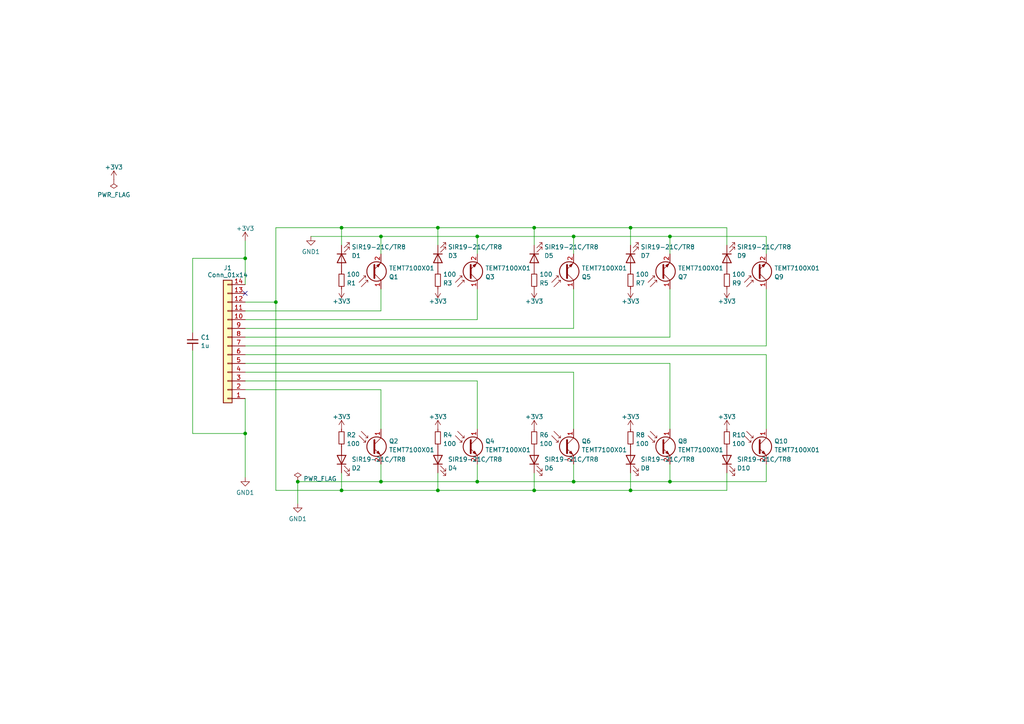
<source format=kicad_sch>
(kicad_sch (version 20230121) (generator eeschema)
  (paper "A4")
  (lib_symbols
    (symbol "Connector_Generic:Conn_01x14" (pin_names (offset 1.016) hide)
      (property "Reference" "J" (at 0 17.78 0))
      (property "Value" "Conn_01x14" (at 0 -20.32 0))
      (symbol "Conn_01x14_1_1"
        (rectangle (start -1.27 -17.653) (end 0 -17.907) (stroke (width 0.1524)))
        (rectangle (start -1.27 -15.113) (end 0 -15.367) (stroke (width 0.1524)))
        (rectangle (start -1.27 -12.573) (end 0 -12.827) (stroke (width 0.1524)))
        (rectangle (start -1.27 -10.033) (end 0 -10.287) (stroke (width 0.1524)))
        (rectangle (start -1.27 -7.493) (end 0 -7.747) (stroke (width 0.1524)))
        (rectangle (start -1.27 -4.953) (end 0 -5.207) (stroke (width 0.1524)))
        (rectangle (start -1.27 -2.413) (end 0 -2.667) (stroke (width 0.1524)))
        (rectangle (start -1.27 0.127) (end 0 -0.127) (stroke (width 0.1524)))
        (rectangle (start -1.27 2.667) (end 0 2.413) (stroke (width 0.1524)))
        (rectangle (start -1.27 5.207) (end 0 4.953) (stroke (width 0.1524)))
        (rectangle (start -1.27 7.747) (end 0 7.493) (stroke (width 0.1524)))
        (rectangle (start -1.27 10.287) (end 0 10.033) (stroke (width 0.1524)))
        (rectangle (start -1.27 12.827) (end 0 12.573) (stroke (width 0.1524)))
        (rectangle (start -1.27 15.367) (end 0 15.113) (stroke (width 0.1524)))
        (rectangle (start -1.27 16.51) (end 1.27 -19.05) (stroke (width 0.254)) (fill (type background)))
        (pin passive line (at -5.08 15.24 0) (length 3.81) (name "Pin_1") (number "1"))
        (pin passive line (at -5.08 -7.62 0) (length 3.81) (name "Pin_10") (number "10"))
        (pin passive line (at -5.08 -10.16 0) (length 3.81) (name "Pin_11") (number "11"))
        (pin passive line (at -5.08 -12.7 0) (length 3.81) (name "Pin_12") (number "12"))
        (pin passive line (at -5.08 -15.24 0) (length 3.81) (name "Pin_13") (number "13"))
        (pin passive line (at -5.08 -17.78 0) (length 3.81) (name "Pin_14") (number "14"))
        (pin passive line (at -5.08 12.7 0) (length 3.81) (name "Pin_2") (number "2"))
        (pin passive line (at -5.08 10.16 0) (length 3.81) (name "Pin_3") (number "3"))
        (pin passive line (at -5.08 7.62 0) (length 3.81) (name "Pin_4") (number "4"))
        (pin passive line (at -5.08 5.08 0) (length 3.81) (name "Pin_5") (number "5"))
        (pin passive line (at -5.08 2.54 0) (length 3.81) (name "Pin_6") (number "6"))
        (pin passive line (at -5.08 0 0) (length 3.81) (name "Pin_7") (number "7"))
        (pin passive line (at -5.08 -2.54 0) (length 3.81) (name "Pin_8") (number "8"))
        (pin passive line (at -5.08 -5.08 0) (length 3.81) (name "Pin_9") (number "9"))
      )
    )
    (symbol "Device:C_Small" (pin_numbers hide) (pin_names (offset 0.254) hide)
      (property "Reference" "C" (at 0.254 1.778 0))
      (property "Value" "C_Small" (at 0.254 -2.032 0))
      (symbol "C_Small_0_1"
        (polyline (pts (xy -1.524 -0.508) (xy 1.524 -0.508)) (stroke (width 0.3302)))
        (polyline (pts (xy -1.524 0.508) (xy 1.524 0.508)) (stroke (width 0.3048)))
      )
      (symbol "C_Small_1_1"
        (pin passive line (at 0 2.54 270) (length 2.032) (name "~") (number "1"))
        (pin passive line (at 0 -2.54 90) (length 2.032) (name "~") (number "2"))
      )
    )
    (symbol "Device:LED" (pin_numbers hide) (pin_names (offset 1.016) hide)
      (property "Reference" "D" (at 0 2.54 0))
      (property "Value" "LED" (at 0 -2.54 0))
      (symbol "LED_0_1"
        (polyline (pts (xy -1.27 -1.27) (xy -1.27 1.27)) (stroke (width 0.254)))
        (polyline (pts (xy -1.27 0) (xy 1.27 0)))
        (polyline (pts (xy 1.27 -1.27) (xy 1.27 1.27) (xy -1.27 0) (xy 1.27 -1.27)) (stroke (width 0.254)))
        (polyline (pts (xy -3.048 -0.762) (xy -4.572 -2.286) (xy -3.81 -2.286) (xy -4.572 -2.286) (xy -4.572 -1.524)))
        (polyline (pts (xy -1.778 -0.762) (xy -3.302 -2.286) (xy -2.54 -2.286) (xy -3.302 -2.286) (xy -3.302 -1.524)))
      )
      (symbol "LED_1_1"
        (pin passive line (at -3.81 0 0) (length 2.54) (name "K") (number "1"))
        (pin passive line (at 3.81 0 180) (length 2.54) (name "A") (number "2"))
      )
    )
    (symbol "Device:Q_Photo_NPN" (pin_names (offset 0) hide)
      (property "Reference" "Q" (at 5.08 1.27 0))
      (property "Value" "Q_Photo_NPN" (at 5.08 -1.27 0))
      (symbol "Q_Photo_NPN_0_1"
        (polyline (pts (xy -1.905 1.27) (xy -2.54 1.27)))
        (polyline (pts (xy -1.27 2.54) (xy -1.905 2.54)))
        (polyline (pts (xy 0.635 0.635) (xy 2.54 2.54)))
        (polyline (pts (xy -3.81 3.175) (xy -1.905 1.27) (xy -1.905 1.905)))
        (polyline (pts (xy -3.175 4.445) (xy -1.27 2.54) (xy -1.27 3.175)))
        (polyline (pts (xy 0.635 -0.635) (xy 2.54 -2.54) (xy 2.54 -2.54)))
        (polyline (pts (xy 0.635 1.905) (xy 0.635 -1.905) (xy 0.635 -1.905)) (stroke (width 0.508)))
        (polyline (pts (xy 1.27 -1.778) (xy 1.778 -1.27) (xy 2.286 -2.286) (xy 1.27 -1.778) (xy 1.27 -1.778)) (fill (type outline)))
        (circle (center 1.27 0) (radius 2.8194) (stroke (width 0.254)))
      )
      (symbol "Q_Photo_NPN_1_1"
        (pin passive line (at 2.54 5.08 270) (length 2.54) (name "C") (number "1"))
        (pin passive line (at 2.54 -5.08 90) (length 2.54) (name "E") (number "2"))
      )
    )
    (symbol "Device:R_Small" (pin_numbers hide) (pin_names (offset 0.254) hide)
      (property "Reference" "R" (at 0.762 0.508 0))
      (property "Value" "R_Small" (at 0.762 -1.016 0))
      (symbol "R_Small_0_1"
        (rectangle (start -0.762 1.778) (end 0.762 -1.778) (stroke (width 0.2032)))
      )
      (symbol "R_Small_1_1"
        (pin passive line (at 0 2.54 270) (length 0.762) (name "~") (number "1"))
        (pin passive line (at 0 -2.54 90) (length 0.762) (name "~") (number "2"))
      )
    )
    (symbol "power:+3.3V" (power) (pin_names (offset 0))
      (property "Value" "+3.3V" (at 0 3.556 0))
      (symbol "+3.3V_0_1"
        (polyline (pts (xy -0.762 1.27) (xy 0 2.54)))
        (polyline (pts (xy 0 0) (xy 0 2.54)))
        (polyline (pts (xy 0 2.54) (xy 0.762 1.27)))
      )
      (symbol "+3.3V_1_1"
        (pin power_in line (at 0 0 90) (length 0) hide (name "+3V3") (number "1"))
      )
    )
    (symbol "power:GND1" (power) (pin_names (offset 0))
      (property "Value" "GND1" (at 0 -3.81 0))
      (symbol "GND1_0_1"
        (polyline (pts (xy 0 0) (xy 0 -1.27) (xy 1.27 -1.27) (xy 0 -2.54) (xy -1.27 -1.27) (xy 0 -1.27)))
      )
      (symbol "GND1_1_1"
        (pin power_in line (at 0 0 270) (length 0) hide (name "GND1") (number "1"))
      )
    )
    (symbol "power:PWR_FLAG" (power) (pin_numbers hide) (pin_names (offset 0) hide)
      (property "Value" "PWR_FLAG" (at 0 3.81 0))
      (symbol "PWR_FLAG_0_0"
        (pin power_out line (at 0 0 90) (length 0) (name "pwr") (number "1"))
      )
      (symbol "PWR_FLAG_0_1"
        (polyline (pts (xy 0 0) (xy 0 1.27) (xy -1.016 1.905) (xy 0 2.54) (xy 1.016 1.905) (xy 0 1.27)))
      )
    )
  )
  (junction (at 127 142.24))
  (junction (at 166.37 139.7))
  (junction (at 182.88 142.24))
  (junction (at 71.12 125.73))
  (junction (at 71.12 74.93))
  (junction (at 99.06 66.04))
  (junction (at 166.37 68.58))
  (junction (at 80.01 87.63))
  (junction (at 154.94 142.24))
  (junction (at 154.94 66.04))
  (junction (at 127 66.04))
  (junction (at 138.43 139.7))
  (junction (at 194.31 68.58))
  (junction (at 194.31 139.7))
  (junction (at 110.49 68.58))
  (junction (at 138.43 68.58))
  (junction (at 110.49 139.7))
  (junction (at 86.36 139.7))
  (junction (at 99.06 142.24))
  (junction (at 182.88 66.04))
  (no_connect (at 71.12 85.09))
  (wire (pts (xy 138.43 68.58) (xy 110.49 68.58)))
  (wire (pts (xy 71.12 90.17) (xy 110.49 90.17)))
  (wire (pts (xy 110.49 90.17) (xy 110.49 83.82)))
  (wire (pts (xy 194.31 134.62) (xy 194.31 139.7)))
  (wire (pts (xy 154.94 66.04) (xy 182.88 66.04)))
  (wire (pts (xy 154.94 66.04) (xy 127 66.04)))
  (wire (pts (xy 127 71.12) (xy 127 66.04)))
  (wire (pts (xy 71.12 95.25) (xy 166.37 95.25)))
  (wire (pts (xy 166.37 107.95) (xy 166.37 124.46)))
  (wire (pts (xy 99.06 66.04) (xy 127 66.04)))
  (wire (pts (xy 80.01 87.63) (xy 80.01 142.24)))
  (wire (pts (xy 194.31 97.79) (xy 194.31 83.82)))
  (wire (pts (xy 80.01 142.24) (xy 99.06 142.24)))
  (wire (pts (xy 110.49 134.62) (xy 110.49 139.7)))
  (wire (pts (xy 80.01 66.04) (xy 99.06 66.04)))
  (wire (pts (xy 71.12 125.73) (xy 71.12 138.43)))
  (wire (pts (xy 71.12 92.71) (xy 138.43 92.71)))
  (wire (pts (xy 194.31 68.58) (xy 222.25 68.58)))
  (wire (pts (xy 86.36 139.7) (xy 86.36 146.05)))
  (wire (pts (xy 194.31 139.7) (xy 222.25 139.7)))
  (wire (pts (xy 138.43 110.49) (xy 138.43 124.46)))
  (wire (pts (xy 210.82 71.12) (xy 210.82 66.04)))
  (wire (pts (xy 55.88 125.73) (xy 71.12 125.73)))
  (wire (pts (xy 194.31 68.58) (xy 166.37 68.58)))
  (wire (pts (xy 71.12 97.79) (xy 194.31 97.79)))
  (wire (pts (xy 71.12 110.49) (xy 138.43 110.49)))
  (wire (pts (xy 154.94 71.12) (xy 154.94 66.04)))
  (wire (pts (xy 80.01 66.04) (xy 80.01 87.63)))
  (wire (pts (xy 110.49 113.03) (xy 110.49 124.46)))
  (wire (pts (xy 138.43 73.66) (xy 138.43 68.58)))
  (wire (pts (xy 182.88 137.16) (xy 182.88 142.24)))
  (wire (pts (xy 166.37 73.66) (xy 166.37 68.58)))
  (wire (pts (xy 71.12 113.03) (xy 110.49 113.03)))
  (wire (pts (xy 194.31 139.7) (xy 166.37 139.7)))
  (wire (pts (xy 110.49 73.66) (xy 110.49 68.58)))
  (wire (pts (xy 210.82 66.04) (xy 182.88 66.04)))
  (wire (pts (xy 222.25 100.33) (xy 222.25 83.82)))
  (wire (pts (xy 86.36 139.7) (xy 110.49 139.7)))
  (wire (pts (xy 71.12 107.95) (xy 166.37 107.95)))
  (wire (pts (xy 71.12 102.87) (xy 222.25 102.87)))
  (wire (pts (xy 154.94 137.16) (xy 154.94 142.24)))
  (wire (pts (xy 138.43 139.7) (xy 166.37 139.7)))
  (wire (pts (xy 194.31 73.66) (xy 194.31 68.58)))
  (wire (pts (xy 71.12 87.63) (xy 80.01 87.63)))
  (wire (pts (xy 55.88 101.6) (xy 55.88 125.73)))
  (wire (pts (xy 138.43 68.58) (xy 166.37 68.58)))
  (wire (pts (xy 210.82 137.16) (xy 210.82 142.24)))
  (wire (pts (xy 166.37 134.62) (xy 166.37 139.7)))
  (wire (pts (xy 71.12 74.93) (xy 55.88 74.93)))
  (wire (pts (xy 71.12 105.41) (xy 194.31 105.41)))
  (wire (pts (xy 90.17 68.58) (xy 110.49 68.58)))
  (wire (pts (xy 210.82 142.24) (xy 182.88 142.24)))
  (wire (pts (xy 99.06 142.24) (xy 127 142.24)))
  (wire (pts (xy 127 137.16) (xy 127 142.24)))
  (wire (pts (xy 222.25 73.66) (xy 222.25 68.58)))
  (wire (pts (xy 71.12 69.85) (xy 71.12 74.93)))
  (wire (pts (xy 154.94 142.24) (xy 182.88 142.24)))
  (wire (pts (xy 154.94 142.24) (xy 127 142.24)))
  (wire (pts (xy 222.25 102.87) (xy 222.25 124.46)))
  (wire (pts (xy 194.31 105.41) (xy 194.31 124.46)))
  (wire (pts (xy 99.06 71.12) (xy 99.06 66.04)))
  (wire (pts (xy 55.88 74.93) (xy 55.88 96.52)))
  (wire (pts (xy 138.43 139.7) (xy 110.49 139.7)))
  (wire (pts (xy 71.12 115.57) (xy 71.12 125.73)))
  (wire (pts (xy 71.12 74.93) (xy 71.12 82.55)))
  (wire (pts (xy 182.88 71.12) (xy 182.88 66.04)))
  (wire (pts (xy 222.25 134.62) (xy 222.25 139.7)))
  (wire (pts (xy 166.37 95.25) (xy 166.37 83.82)))
  (wire (pts (xy 99.06 137.16) (xy 99.06 142.24)))
  (wire (pts (xy 138.43 134.62) (xy 138.43 139.7)))
  (wire (pts (xy 71.12 100.33) (xy 222.25 100.33)))
  (wire (pts (xy 138.43 92.71) (xy 138.43 83.82)))
  (symbol (lib_id "Device:Q_Photo_NPN") (at 191.77 129.54 0) (unit 1)
    (property "Reference" "Q8" (at 196.6214 127.956 0) (effects (justify left)))
    (property "Value" "TEMT7100X01" (at 196.6214 130.4929 0) (effects (justify left)))
    (property "Footprint" "LED_SMD:LED_0805_2012Metric_Pad1.15x1.40mm_HandSolder" (effects hide))
  )
  (symbol (lib_id "power:PWR_FLAG") (at 86.36 139.7 0) (unit 1)
    (property "Reference" "#FLG02" (effects hide))
    (property "Value" "PWR_FLAG" (at 88.011 138.8638 0) (effects (justify left)))
  )
  (symbol (lib_id "power:+3.3V") (at 99.06 83.82 0) (mirror x) (unit 1)
    (property "Reference" "#PWR06" (effects hide))
    (property "Value" "+3.3V" (at 99.06 87.3958 0))
  )
  (symbol (lib_id "Device:Q_Photo_NPN") (at 107.95 129.54 0) (unit 1)
    (property "Reference" "Q2" (at 112.8014 127.956 0) (effects (justify left)))
    (property "Value" "TEMT7100X01" (at 112.8014 130.4929 0) (effects (justify left)))
    (property "Footprint" "LED_SMD:LED_0805_2012Metric_Pad1.15x1.40mm_HandSolder" (effects hide))
  )
  (symbol (lib_id "Device:R_Small") (at 182.88 127 0) (unit 1)
    (property "Reference" "R8" (at 184.3786 126.1653 0) (effects (justify left)))
    (property "Value" "100" (at 184.3786 128.7022 0) (effects (justify left)))
    (property "Footprint" "Resistor_SMD:R_0603_1608Metric_Pad0.98x0.95mm_HandSolder" (effects hide))
  )
  (symbol (lib_id "Device:Q_Photo_NPN") (at 135.89 129.54 0) (unit 1)
    (property "Reference" "Q4" (at 140.7414 127.956 0) (effects (justify left)))
    (property "Value" "TEMT7100X01" (at 140.7414 130.4929 0) (effects (justify left)))
    (property "Footprint" "LED_SMD:LED_0805_2012Metric_Pad1.15x1.40mm_HandSolder" (effects hide))
  )
  (symbol (lib_id "Device:Q_Photo_NPN") (at 163.83 78.74 0) (mirror x) (unit 1)
    (property "Reference" "Q5" (at 168.6814 80.324 0) (effects (justify left)))
    (property "Value" "TEMT7100X01" (at 168.6814 77.7871 0) (effects (justify left)))
    (property "Footprint" "LED_SMD:LED_0805_2012Metric_Pad1.15x1.40mm_HandSolder" (effects hide))
  )
  (symbol (lib_id "Device:R_Small") (at 127 127 0) (unit 1)
    (property "Reference" "R4" (at 128.4986 126.1653 0) (effects (justify left)))
    (property "Value" "100" (at 128.4986 128.7022 0) (effects (justify left)))
    (property "Footprint" "Resistor_SMD:R_0603_1608Metric_Pad0.98x0.95mm_HandSolder" (effects hide))
  )
  (symbol (lib_id "power:+3.3V") (at 154.94 83.82 0) (mirror x) (unit 1)
    (property "Reference" "#PWR010" (effects hide))
    (property "Value" "+3.3V" (at 154.94 87.3958 0))
  )
  (symbol (lib_id "power:PWR_FLAG") (at 33.02 52.07 180) (unit 1)
    (property "Reference" "#FLG01" (effects hide))
    (property "Value" "PWR_FLAG" (at 33.02 56.5134 0))
  )
  (symbol (lib_id "power:GND1") (at 71.12 138.43 0) (unit 1)
    (property "Reference" "#PWR03" (effects hide))
    (property "Value" "GND1" (at 71.12 142.8734 0))
  )
  (symbol (lib_id "Device:LED") (at 210.82 133.35 90) (unit 1)
    (property "Reference" "D10" (at 213.741 135.7722 90) (effects (justify right)))
    (property "Value" "SIR19-21C/TR8" (at 213.741 133.2353 90) (effects (justify right)))
    (property "Footprint" "LED_SMD:LED_0603_1608Metric_Pad1.05x0.95mm_HandSolder" (effects hide))
  )
  (symbol (lib_id "Device:Q_Photo_NPN") (at 219.71 78.74 0) (mirror x) (unit 1)
    (property "Reference" "Q9" (at 224.5614 80.324 0) (effects (justify left)))
    (property "Value" "TEMT7100X01" (at 224.5614 77.7871 0) (effects (justify left)))
    (property "Footprint" "LED_SMD:LED_0805_2012Metric_Pad1.15x1.40mm_HandSolder" (effects hide))
  )
  (symbol (lib_id "power:+3.3V") (at 33.02 52.07 0) (unit 1)
    (property "Reference" "#PWR01" (effects hide))
    (property "Value" "+3.3V" (at 33.02 48.4942 0))
  )
  (symbol (lib_id "Connector_Generic:Conn_01x14") (at 66.04 100.33 180) (unit 1)
    (property "Reference" "J1" (at 66.04 77.7 0))
    (property "Value" "Conn_01x14" (at 66.04 79.748 0))
    (property "Footprint" "robot_contest:Molex_FFC_1x14_P0.50mm_Horizontal" (effects hide))
  )
  (symbol (lib_id "Device:Q_Photo_NPN") (at 107.95 78.74 0) (mirror x) (unit 1)
    (property "Reference" "Q1" (at 112.8014 80.324 0) (effects (justify left)))
    (property "Value" "TEMT7100X01" (at 112.8014 77.7871 0) (effects (justify left)))
    (property "Footprint" "LED_SMD:LED_0805_2012Metric_Pad1.15x1.40mm_HandSolder" (effects hide))
  )
  (symbol (lib_id "Device:R_Small") (at 182.88 81.28 0) (mirror x) (unit 1)
    (property "Reference" "R7" (at 184.3786 82.1147 0) (effects (justify left)))
    (property "Value" "100" (at 184.3786 79.5778 0) (effects (justify left)))
    (property "Footprint" "Resistor_SMD:R_0603_1608Metric_Pad0.98x0.95mm_HandSolder" (effects hide))
  )
  (symbol (lib_id "Device:LED") (at 182.88 133.35 90) (unit 1)
    (property "Reference" "D8" (at 185.801 135.7722 90) (effects (justify right)))
    (property "Value" "SIR19-21C/TR8" (at 185.801 133.2353 90) (effects (justify right)))
    (property "Footprint" "LED_SMD:LED_0603_1608Metric_Pad1.05x0.95mm_HandSolder" (effects hide))
  )
  (symbol (lib_id "power:+3.3V") (at 99.06 124.46 0) (unit 1)
    (property "Reference" "#PWR07" (effects hide))
    (property "Value" "+3.3V" (at 99.06 120.8842 0))
  )
  (symbol (lib_id "power:+3.3V") (at 127 83.82 0) (mirror x) (unit 1)
    (property "Reference" "#PWR08" (effects hide))
    (property "Value" "+3.3V" (at 127 87.3958 0))
  )
  (symbol (lib_id "power:+3.3V") (at 210.82 83.82 0) (mirror x) (unit 1)
    (property "Reference" "#PWR014" (effects hide))
    (property "Value" "+3.3V" (at 210.82 87.3958 0))
  )
  (symbol (lib_id "Device:LED") (at 127 74.93 90) (mirror x) (unit 1)
    (property "Reference" "D3" (at 129.921 74.1772 90) (effects (justify right)))
    (property "Value" "SIR19-21C/TR8" (at 129.921 71.6403 90) (effects (justify right)))
    (property "Footprint" "LED_SMD:LED_0603_1608Metric_Pad1.05x0.95mm_HandSolder" (effects hide))
  )
  (symbol (lib_id "Device:LED") (at 154.94 74.93 90) (mirror x) (unit 1)
    (property "Reference" "D5" (at 157.861 74.1772 90) (effects (justify right)))
    (property "Value" "SIR19-21C/TR8" (at 157.861 71.6403 90) (effects (justify right)))
    (property "Footprint" "LED_SMD:LED_0603_1608Metric_Pad1.05x0.95mm_HandSolder" (effects hide))
  )
  (symbol (lib_id "Device:R_Small") (at 154.94 81.28 0) (mirror x) (unit 1)
    (property "Reference" "R5" (at 156.4386 82.1147 0) (effects (justify left)))
    (property "Value" "100" (at 156.4386 79.5778 0) (effects (justify left)))
    (property "Footprint" "Resistor_SMD:R_0603_1608Metric_Pad0.98x0.95mm_HandSolder" (effects hide))
  )
  (symbol (lib_id "power:+3.3V") (at 210.82 124.46 0) (unit 1)
    (property "Reference" "#PWR015" (effects hide))
    (property "Value" "+3.3V" (at 210.82 120.8842 0))
  )
  (symbol (lib_id "Device:LED") (at 210.82 74.93 90) (mirror x) (unit 1)
    (property "Reference" "D9" (at 213.741 74.1772 90) (effects (justify right)))
    (property "Value" "SIR19-21C/TR8" (at 213.741 71.6403 90) (effects (justify right)))
    (property "Footprint" "LED_SMD:LED_0603_1608Metric_Pad1.05x0.95mm_HandSolder" (effects hide))
  )
  (symbol (lib_id "power:+3.3V") (at 154.94 124.46 0) (unit 1)
    (property "Reference" "#PWR011" (effects hide))
    (property "Value" "+3.3V" (at 154.94 120.8842 0))
  )
  (symbol (lib_id "Device:Q_Photo_NPN") (at 163.83 129.54 0) (unit 1)
    (property "Reference" "Q6" (at 168.6814 127.956 0) (effects (justify left)))
    (property "Value" "TEMT7100X01" (at 168.6814 130.4929 0) (effects (justify left)))
    (property "Footprint" "LED_SMD:LED_0805_2012Metric_Pad1.15x1.40mm_HandSolder" (effects hide))
  )
  (symbol (lib_id "Device:R_Small") (at 210.82 127 0) (unit 1)
    (property "Reference" "R10" (at 212.3186 126.1653 0) (effects (justify left)))
    (property "Value" "100" (at 212.3186 128.7022 0) (effects (justify left)))
    (property "Footprint" "Resistor_SMD:R_0603_1608Metric_Pad0.98x0.95mm_HandSolder" (effects hide))
  )
  (symbol (lib_id "power:+3.3V") (at 182.88 124.46 0) (unit 1)
    (property "Reference" "#PWR013" (effects hide))
    (property "Value" "+3.3V" (at 182.88 120.8842 0))
  )
  (symbol (lib_id "power:GND1") (at 90.17 68.58 0) (mirror y) (unit 1)
    (property "Reference" "#PWR05" (effects hide))
    (property "Value" "GND1" (at 90.17 73.0234 0))
  )
  (symbol (lib_id "Device:C_Small") (at 55.88 99.06 0) (unit 1)
    (property "Reference" "C1" (at 58.2041 97.8542 0) (effects (justify left)))
    (property "Value" "1u" (at 58.2041 100.2784 0) (effects (justify left)))
    (property "Footprint" "Capacitor_SMD:C_0402_1005Metric_Pad0.74x0.62mm_HandSolder" (effects hide))
  )
  (symbol (lib_id "Device:R_Small") (at 210.82 81.28 0) (mirror x) (unit 1)
    (property "Reference" "R9" (at 212.3186 82.1147 0) (effects (justify left)))
    (property "Value" "100" (at 212.3186 79.5778 0) (effects (justify left)))
    (property "Footprint" "Resistor_SMD:R_0603_1608Metric_Pad0.98x0.95mm_HandSolder" (effects hide))
  )
  (symbol (lib_id "Device:LED") (at 99.06 133.35 90) (unit 1)
    (property "Reference" "D2" (at 101.981 135.7722 90) (effects (justify right)))
    (property "Value" "SIR19-21C/TR8" (at 101.981 133.2353 90) (effects (justify right)))
    (property "Footprint" "LED_SMD:LED_0603_1608Metric_Pad1.05x0.95mm_HandSolder" (effects hide))
  )
  (symbol (lib_id "Device:R_Small") (at 99.06 127 0) (unit 1)
    (property "Reference" "R2" (at 100.5586 126.1653 0) (effects (justify left)))
    (property "Value" "100" (at 100.5586 128.7022 0) (effects (justify left)))
    (property "Footprint" "Resistor_SMD:R_0603_1608Metric_Pad0.98x0.95mm_HandSolder" (effects hide))
  )
  (symbol (lib_id "power:+3.3V") (at 127 124.46 0) (unit 1)
    (property "Reference" "#PWR09" (effects hide))
    (property "Value" "+3.3V" (at 127 120.8842 0))
  )
  (symbol (lib_id "Device:Q_Photo_NPN") (at 191.77 78.74 0) (mirror x) (unit 1)
    (property "Reference" "Q7" (at 196.6214 80.324 0) (effects (justify left)))
    (property "Value" "TEMT7100X01" (at 196.6214 77.7871 0) (effects (justify left)))
    (property "Footprint" "LED_SMD:LED_0805_2012Metric_Pad1.15x1.40mm_HandSolder" (effects hide))
  )
  (symbol (lib_id "Device:LED") (at 154.94 133.35 90) (unit 1)
    (property "Reference" "D6" (at 157.861 135.7722 90) (effects (justify right)))
    (property "Value" "SIR19-21C/TR8" (at 157.861 133.2353 90) (effects (justify right)))
    (property "Footprint" "LED_SMD:LED_0603_1608Metric_Pad1.05x0.95mm_HandSolder" (effects hide))
  )
  (symbol (lib_id "Device:R_Small") (at 154.94 127 0) (unit 1)
    (property "Reference" "R6" (at 156.4386 126.1653 0) (effects (justify left)))
    (property "Value" "100" (at 156.4386 128.7022 0) (effects (justify left)))
    (property "Footprint" "Resistor_SMD:R_0603_1608Metric_Pad0.98x0.95mm_HandSolder" (effects hide))
  )
  (symbol (lib_id "power:+3.3V") (at 182.88 83.82 0) (mirror x) (unit 1)
    (property "Reference" "#PWR012" (effects hide))
    (property "Value" "+3.3V" (at 182.88 87.3958 0))
  )
  (symbol (lib_id "Device:LED") (at 99.06 74.93 90) (mirror x) (unit 1)
    (property "Reference" "D1" (at 101.981 74.1772 90) (effects (justify right)))
    (property "Value" "SIR19-21C/TR8" (at 101.981 71.6403 90) (effects (justify right)))
    (property "Footprint" "LED_SMD:LED_0603_1608Metric_Pad1.05x0.95mm_HandSolder" (effects hide))
  )
  (symbol (lib_id "power:+3.3V") (at 71.12 69.85 0) (unit 1)
    (property "Reference" "#PWR02" (effects hide))
    (property "Value" "+3.3V" (at 71.12 66.2742 0))
  )
  (symbol (lib_id "Device:R_Small") (at 99.06 81.28 0) (mirror x) (unit 1)
    (property "Reference" "R1" (at 100.5586 82.1147 0) (effects (justify left)))
    (property "Value" "100" (at 100.5586 79.5778 0) (effects (justify left)))
    (property "Footprint" "Resistor_SMD:R_0603_1608Metric_Pad0.98x0.95mm_HandSolder" (effects hide))
  )
  (symbol (lib_id "Device:Q_Photo_NPN") (at 135.89 78.74 0) (mirror x) (unit 1)
    (property "Reference" "Q3" (at 140.7414 80.324 0) (effects (justify left)))
    (property "Value" "TEMT7100X01" (at 140.7414 77.7871 0) (effects (justify left)))
    (property "Footprint" "LED_SMD:LED_0805_2012Metric_Pad1.15x1.40mm_HandSolder" (effects hide))
  )
  (symbol (lib_id "power:GND1") (at 86.36 146.05 0) (mirror y) (unit 1)
    (property "Reference" "#PWR04" (effects hide))
    (property "Value" "GND1" (at 86.36 150.4934 0))
  )
  (symbol (lib_id "Device:LED") (at 127 133.35 90) (unit 1)
    (property "Reference" "D4" (at 129.921 135.7722 90) (effects (justify right)))
    (property "Value" "SIR19-21C/TR8" (at 129.921 133.2353 90) (effects (justify right)))
    (property "Footprint" "LED_SMD:LED_0603_1608Metric_Pad1.05x0.95mm_HandSolder" (effects hide))
  )
  (symbol (lib_id "Device:R_Small") (at 127 81.28 0) (mirror x) (unit 1)
    (property "Reference" "R3" (at 128.4986 82.1147 0) (effects (justify left)))
    (property "Value" "100" (at 128.4986 79.5778 0) (effects (justify left)))
    (property "Footprint" "Resistor_SMD:R_0603_1608Metric_Pad0.98x0.95mm_HandSolder" (effects hide))
  )
  (symbol (lib_id "Device:LED") (at 182.88 74.93 90) (mirror x) (unit 1)
    (property "Reference" "D7" (at 185.801 74.1772 90) (effects (justify right)))
    (property "Value" "SIR19-21C/TR8" (at 185.801 71.6403 90) (effects (justify right)))
    (property "Footprint" "LED_SMD:LED_0603_1608Metric_Pad1.05x0.95mm_HandSolder" (effects hide))
  )
  (symbol (lib_id "Device:Q_Photo_NPN") (at 219.71 129.54 0) (unit 1)
    (property "Reference" "Q10" (at 224.5614 127.956 0) (effects (justify left)))
    (property "Value" "TEMT7100X01" (at 224.5614 130.4929 0) (effects (justify left)))
    (property "Footprint" "LED_SMD:LED_0805_2012Metric_Pad1.15x1.40mm_HandSolder" (effects hide))
  )
)
</source>
